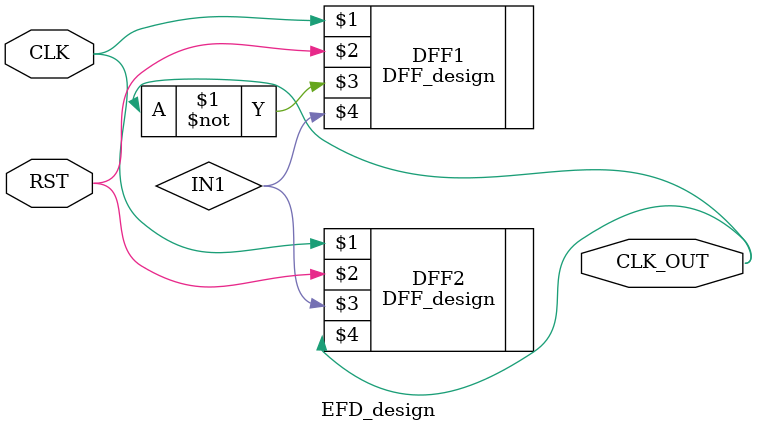
<source format=v>
module EFD_design(
    input CLK, RST,
    output CLK_OUT
);
    wire IN1;
    
    DFF_design DFF1(CLK, RST, ~CLK_OUT, IN1);
    DFF_design DFF2(CLK, RST, IN1, CLK_OUT);
    
endmodule

</source>
